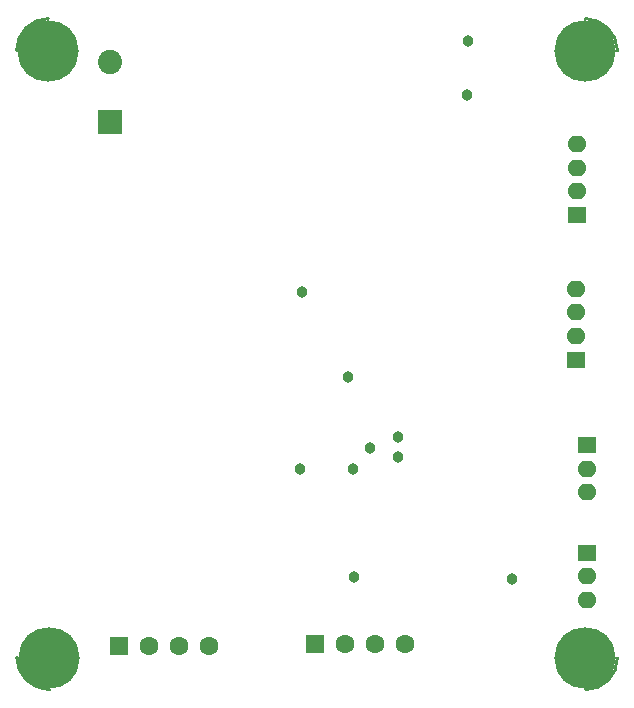
<source format=gbs>
%FSLAX25Y25*%
%MOIN*%
G70*
G01*
G75*
G04 Layer_Color=16711935*
%ADD10O,0.02400X0.08000*%
%ADD11R,0.03740X0.03543*%
%ADD12R,0.03543X0.03740*%
%ADD13O,0.07087X0.01181*%
%ADD14O,0.01181X0.07087*%
%ADD15R,0.02000X0.04000*%
%ADD16O,0.02000X0.04000*%
%ADD17R,0.03937X0.05709*%
%ADD18R,0.03937X0.07874*%
%ADD19C,0.01000*%
%ADD20O,0.05512X0.04724*%
%ADD21R,0.05512X0.04724*%
%ADD22C,0.19685*%
%ADD23R,0.07284X0.07284*%
%ADD24C,0.07284*%
%ADD25C,0.05512*%
%ADD26R,0.05512X0.05512*%
%ADD27C,0.03000*%
%ADD28C,0.00984*%
%ADD29C,0.02362*%
%ADD30C,0.00787*%
%ADD31C,0.00394*%
%ADD32C,0.00800*%
%ADD33O,0.03200X0.08800*%
%ADD34R,0.04540X0.04343*%
%ADD35R,0.04343X0.04540*%
%ADD36O,0.07887X0.01981*%
%ADD37O,0.01981X0.07887*%
%ADD38R,0.02800X0.04800*%
%ADD39O,0.02800X0.04800*%
%ADD40R,0.04737X0.06509*%
%ADD41R,0.04737X0.08674*%
%ADD42O,0.06312X0.05524*%
%ADD43R,0.06312X0.05524*%
%ADD44C,0.20485*%
%ADD45R,0.08083X0.08083*%
%ADD46C,0.08083*%
%ADD47C,0.06312*%
%ADD48R,0.06312X0.06312*%
%ADD49C,0.03800*%
D19*
X330400Y392600D02*
G03*
X341400Y381800I10900J100D01*
G01*
X520100Y381800D02*
G03*
X530700Y392400I73J10527D01*
G01*
Y594800D02*
G03*
X520000Y605500I-10817J-117D01*
G01*
X340900D02*
G03*
X330400Y594900I50J-10550D01*
G01*
D42*
X517000Y507563D02*
D03*
Y499689D02*
D03*
Y515437D02*
D03*
X517200Y555763D02*
D03*
Y547889D02*
D03*
Y563637D02*
D03*
X520500Y419537D02*
D03*
Y411663D02*
D03*
X520490Y455437D02*
D03*
Y447563D02*
D03*
D43*
X517000Y491815D02*
D03*
X517200Y540015D02*
D03*
X520500Y427411D02*
D03*
X520490Y463311D02*
D03*
D44*
X341200Y392402D02*
D03*
X520000D02*
D03*
Y594702D02*
D03*
X341000D02*
D03*
D45*
X361500Y571000D02*
D03*
D46*
Y591000D02*
D03*
D47*
X394500Y396500D02*
D03*
X374500D02*
D03*
X384500D02*
D03*
X460000Y397000D02*
D03*
X440000D02*
D03*
X450000D02*
D03*
D48*
X364500Y396500D02*
D03*
X430000Y397000D02*
D03*
D49*
X443000Y419400D02*
D03*
X425600Y514500D02*
D03*
X440700Y486100D02*
D03*
X448100Y462400D02*
D03*
X457500Y459500D02*
D03*
X425000Y455500D02*
D03*
X442500D02*
D03*
X480500Y580000D02*
D03*
X495400Y418800D02*
D03*
X457500Y466000D02*
D03*
X480740Y598000D02*
D03*
M02*

</source>
